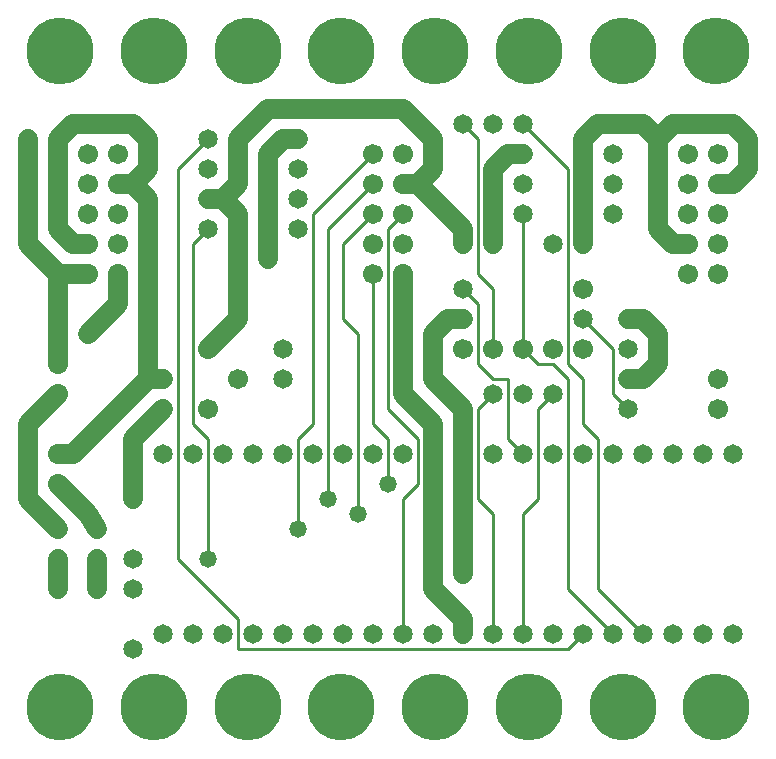
<source format=gtl>
%MOIN*%
%FSLAX25Y25*%
G04 D10 used for Character Trace; *
G04     Circle (OD=.01000) (No hole)*
G04 D11 used for Power Trace; *
G04     Circle (OD=.06500) (No hole)*
G04 D12 used for Signal Trace; *
G04     Circle (OD=.01100) (No hole)*
G04 D13 used for Via; *
G04     Circle (OD=.05800) (Round. Hole ID=.02800)*
G04 D14 used for Component hole; *
G04     Circle (OD=.06500) (Round. Hole ID=.03500)*
G04 D15 used for Component hole; *
G04     Circle (OD=.06700) (Round. Hole ID=.04300)*
G04 D16 used for Component hole; *
G04     Circle (OD=.08100) (Round. Hole ID=.05100)*
G04 D17 used for Component hole; *
G04     Circle (OD=.08900) (Round. Hole ID=.05900)*
G04 D18 used for Component hole; *
G04     Circle (OD=.11300) (Round. Hole ID=.08300)*
G04 D19 used for Component hole; *
G04     Circle (OD=.16000) (Round. Hole ID=.13000)*
G04 D20 used for Component hole; *
G04     Circle (OD=.18300) (Round. Hole ID=.15300)*
G04 D21 used for Component hole; *
G04     Circle (OD=.22291) (Round. Hole ID=.19291)*
%ADD10C,.01000*%
%ADD11C,.06500*%
%ADD12C,.01100*%
%ADD13C,.05800*%
%ADD14C,.06500*%
%ADD15C,.06700*%
%ADD16C,.08100*%
%ADD17C,.08900*%
%ADD18C,.11300*%
%ADD19C,.16000*%
%ADD20C,.18300*%
%ADD21C,.22291*%
%IPPOS*%
%LPD*%
G90*X0Y0D02*D21*X15625Y15625D03*D14*              
X40000Y35000D03*D21*X46875Y15625D03*D14*          
X50000Y40000D03*X40000Y55000D03*X28000D03*D11*    
Y65000D01*D14*D03*X15000Y75000D03*D11*            
X5000Y85000D01*Y110000D01*X15000Y120000D01*D15*   
D03*Y130000D03*D11*Y160000D01*X25000D01*D15*D03*  
D11*Y140000D02*X35000Y150000D01*D13*              
X25000Y140000D03*D11*X35000Y150000D02*Y160000D01* 
D15*D03*X25000Y170000D03*D11*X20000D01*           
X15000Y175000D01*Y205000D01*X20000Y210000D01*     
X40000D01*X45000Y205000D01*Y195000D01*            
X40000Y190000D01*X45000Y185000D01*Y125000D01*     
X20000Y100000D01*X15000D01*D15*D03*Y90000D03*D11* 
X25000Y80000D01*X28000Y75000D01*D14*D03*          
X15000Y65000D03*D11*Y55000D01*D14*D03*            
X40000Y65000D03*Y85000D03*D11*Y105000D01*         
X50000Y115000D01*D14*D03*D12*X65000Y105000D02*    
X60000Y110000D01*X65000Y65000D02*Y105000D01*D13*  
Y65000D03*D12*X75000Y45000D02*X55000Y65000D01*    
X75000Y35000D02*Y45000D01*Y35000D02*X185000D01*   
X190000Y40000D01*D14*D03*X200000D03*D12*          
X185000Y55000D01*Y125000D01*X180000Y130000D01*    
X175000D01*X170000Y135000D01*D15*D03*D12*         
Y180000D01*D14*D03*X180000Y170000D03*X160000D03*  
D11*Y195000D01*X165000Y200000D01*X170000D01*D14*  
D03*X160000Y210000D03*X170000D03*D12*             
X185000Y195000D01*Y130000D01*X190000Y125000D01*   
Y110000D01*X195000Y105000D01*Y55000D01*           
X210000Y40000D01*D14*D03*X220000D03*X230000D03*   
D21*X234375Y15625D03*X203125D03*D14*              
X240000Y40000D03*X180000D03*D12*X170000D02*       
Y80000D01*D14*Y40000D03*X160000D03*D12*Y80000D01* 
X155000Y85000D01*Y115000D01*X160000Y120000D01*D14*
D03*D12*X165000Y105000D02*Y125000D01*             
X170000Y100000D02*X165000Y105000D01*D14*          
X170000Y100000D03*X180000D03*X160000D03*D12*      
X175000Y85000D02*Y115000D01*X170000Y80000D02*     
X175000Y85000D01*D14*X190000Y100000D03*X150000D03*
D11*Y60000D01*D13*D03*D11*Y45000D02*              
X140000Y55000D01*X150000Y40000D02*Y45000D01*D14*  
Y40000D03*X140000D03*D11*Y55000D02*Y100000D01*D14*
D03*D11*Y110000D01*X130000Y120000D01*Y160000D01*  
D15*D03*X120000Y170000D03*X130000D03*             
X120000Y160000D03*D12*Y110000D01*                 
X125000Y105000D01*Y90000D01*D13*D03*D12*          
X130000Y40000D02*Y85000D01*D14*Y40000D03*         
X120000D03*X110000D03*D21*X109375Y15625D03*       
X140625D03*D14*X100000Y40000D03*D13*              
X95000Y75000D03*D12*Y105000D01*X100000Y110000D01* 
Y180000D01*X120000Y200000D01*D15*D03*             
X130000Y190000D03*D11*X135000D01*                 
X150000Y175000D01*Y170000D01*D14*D03*D12*         
X160000Y155000D02*X155000Y160000D01*              
X160000Y135000D02*Y155000D01*D15*Y135000D03*D12*  
Y125000D02*X155000Y130000D01*X160000Y125000D02*   
X165000D01*D14*X170000Y120000D03*D12*             
X175000Y115000D02*X180000Y120000D01*D14*D03*D15*  
X190000Y135000D03*X180000D03*D14*                 
X200000Y100000D03*D12*X205000Y115000D02*          
X200000Y120000D01*D14*X205000Y115000D03*D12*      
X200000Y120000D02*Y135000D01*X190000Y145000D01*   
D14*D03*D15*Y155000D03*D14*X205000Y135000D03*     
Y145000D03*D11*X210000D01*X215000Y140000D01*      
Y130000D01*X210000Y125000D01*X205000D01*D14*D03*  
X230000Y100000D03*X210000D03*X220000D03*D15*      
X235000Y115000D03*Y125000D03*Y160000D03*D14*      
X240000Y100000D03*D15*X225000Y160000D03*          
X235000Y170000D03*X225000D03*D11*X220000D01*      
X215000Y175000D01*Y205000D01*X220000Y210000D01*   
X240000D01*X245000Y205000D01*Y195000D01*          
X240000Y190000D01*X235000D01*D15*D03*             
X225000Y200000D03*Y180000D03*X235000Y200000D03*   
X225000Y190000D03*X235000Y180000D03*D11*          
X215000Y205000D02*X210000Y210000D01*X200000D01*   
D14*D03*D11*X195000D01*X190000Y205000D01*         
Y170000D01*D14*D03*X200000Y180000D03*             
X170000Y190000D03*X200000D03*Y200000D03*D12*      
X155000Y160000D02*Y205000D01*D14*                 
X150000Y155000D03*D12*X155000Y150000D01*          
Y130000D01*D15*X150000Y135000D03*D11*             
X140000Y125000D02*Y140000D01*X150000Y115000D02*   
X140000Y125000D01*X150000Y100000D02*Y115000D01*   
D12*X135000Y90000D02*Y105000D01*X130000Y85000D02* 
X135000Y90000D01*D14*X130000Y100000D03*D13*       
X115000Y80000D03*D12*Y140000D01*X110000Y145000D01*
Y170000D01*X120000Y180000D01*D15*D03*D12*         
X125000Y115000D02*Y175000D01*X135000Y105000D02*   
X125000Y115000D01*D14*X120000Y100000D03*          
X110000D03*D13*X105000Y85000D03*D12*Y175000D01*   
X120000Y190000D01*D15*D03*X130000Y180000D03*D12*  
X125000Y175000D01*D11*X135000Y190000D02*          
X140000Y195000D01*Y205000D01*X130000Y215000D01*   
X85000D01*X75000Y205000D01*Y190000D01*            
X70000Y185000D01*X75000Y180000D01*Y165000D01*D14* 
D03*D11*Y145000D01*X65000Y135000D01*D15*D03*      
X75000Y125000D03*D14*X50000D03*D11*X45000D01*D12* 
X60000Y110000D02*Y170000D01*X65000Y175000D01*D14* 
D03*D11*Y185000D02*X70000D01*D14*X65000D03*D12*   
X55000Y65000D02*Y195000D01*D14*X80000Y40000D03*   
X60000D03*X70000D03*X90000Y100000D03*Y40000D03*   
X80000Y100000D03*X70000D03*X60000D03*X50000D03*   
X100000D03*D15*X65000Y115000D03*D21*              
X78125Y15625D03*D14*X90000Y125000D03*Y135000D03*  
D11*X140000Y140000D02*X145000Y145000D01*          
X150000D01*D14*D03*X95000Y195000D03*Y185000D03*   
Y175000D03*D15*X130000Y200000D03*D11*X85000D02*   
X90000Y205000D01*X85000Y165000D02*Y200000D01*D14* 
Y165000D03*D12*X55000Y195000D02*X65000Y205000D01* 
D14*D03*Y195000D03*D11*X90000Y205000D02*X95000D01*
D14*D03*D21*X109375Y234375D03*X78125D03*          
X140625D03*X46875D03*D14*X150000Y210000D03*D12*   
X155000Y205000D01*D21*X171875Y234375D03*          
X203125D03*X234375D03*D11*X35000Y190000D02*       
X40000D01*D15*X35000D03*X25000Y200000D03*         
Y180000D03*X35000Y200000D03*X25000Y190000D03*     
X35000Y180000D03*Y170000D03*D11*X15000Y160000D02* 
X5000Y170000D01*Y205000D01*D13*D03*D21*           
X15625Y234375D03*X171875Y15625D03*M02*            

</source>
